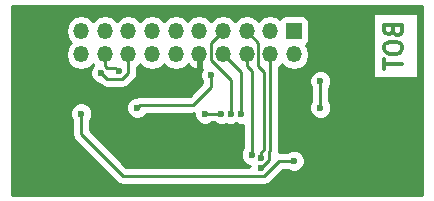
<source format=gbr>
G04 #@! TF.FileFunction,Copper,L2,Bot,Signal*
%FSLAX46Y46*%
G04 Gerber Fmt 4.6, Leading zero omitted, Abs format (unit mm)*
G04 Created by KiCad (PCBNEW 4.0.7-e2-6376~58~ubuntu16.04.1) date Mon Sep  3 10:25:07 2018*
%MOMM*%
%LPD*%
G01*
G04 APERTURE LIST*
%ADD10C,0.100000*%
%ADD11C,0.300000*%
%ADD12R,1.350000X1.350000*%
%ADD13O,1.350000X1.350000*%
%ADD14C,0.600000*%
%ADD15C,0.250000*%
%ADD16C,0.254000*%
G04 APERTURE END LIST*
D10*
D11*
X209892857Y-102250000D02*
X209964286Y-102464286D01*
X210035714Y-102535714D01*
X210178571Y-102607143D01*
X210392857Y-102607143D01*
X210535714Y-102535714D01*
X210607143Y-102464286D01*
X210678571Y-102321428D01*
X210678571Y-101750000D01*
X209178571Y-101750000D01*
X209178571Y-102250000D01*
X209250000Y-102392857D01*
X209321429Y-102464286D01*
X209464286Y-102535714D01*
X209607143Y-102535714D01*
X209750000Y-102464286D01*
X209821429Y-102392857D01*
X209892857Y-102250000D01*
X209892857Y-101750000D01*
X209178571Y-103535714D02*
X209178571Y-103821428D01*
X209250000Y-103964286D01*
X209392857Y-104107143D01*
X209678571Y-104178571D01*
X210178571Y-104178571D01*
X210464286Y-104107143D01*
X210607143Y-103964286D01*
X210678571Y-103821428D01*
X210678571Y-103535714D01*
X210607143Y-103392857D01*
X210464286Y-103250000D01*
X210178571Y-103178571D01*
X209678571Y-103178571D01*
X209392857Y-103250000D01*
X209250000Y-103392857D01*
X209178571Y-103535714D01*
X209178571Y-104607143D02*
X209178571Y-105464286D01*
X210678571Y-105035715D02*
X209178571Y-105035715D01*
D12*
X201500000Y-102250000D03*
D13*
X201500000Y-104250000D03*
X199500000Y-102250000D03*
X199500000Y-104250000D03*
X197500000Y-102250000D03*
X197500000Y-104250000D03*
X195500000Y-102250000D03*
X195500000Y-104250000D03*
X193500000Y-102250000D03*
X193500000Y-104250000D03*
X191500000Y-102250000D03*
X191500000Y-104250000D03*
X189500000Y-102250000D03*
X189500000Y-104250000D03*
X187500000Y-102250000D03*
X187500000Y-104250000D03*
X185500000Y-102250000D03*
X185500000Y-104250000D03*
X183500000Y-102250000D03*
X183500000Y-104250000D03*
D14*
X185180054Y-105813938D03*
X186691942Y-105691942D03*
X203750000Y-106500000D03*
X203750000Y-108750000D03*
X188250000Y-108750000D03*
X194500000Y-106000000D03*
X195375000Y-109250000D03*
X194000000Y-109250000D03*
X198683058Y-113875000D03*
X198681441Y-112992733D03*
X197927822Y-112724290D03*
X196175003Y-109250000D03*
X197000000Y-109250000D03*
X183500000Y-109250000D03*
X201500000Y-113250000D03*
D15*
X185180054Y-105813938D02*
X185683059Y-106316943D01*
X185683059Y-106316943D02*
X186991943Y-106316943D01*
X186991943Y-106316943D02*
X187500000Y-105808886D01*
X187500000Y-105808886D02*
X187500000Y-105204594D01*
X187500000Y-105204594D02*
X187500000Y-104250000D01*
X186691942Y-105691942D02*
X186391943Y-105391943D01*
X186391943Y-105391943D02*
X185641944Y-105391943D01*
X185641944Y-105391943D02*
X185500000Y-105249999D01*
X185500000Y-104250000D02*
X185500000Y-105249999D01*
X203750000Y-106500000D02*
X203750000Y-108750000D01*
X194500000Y-107000000D02*
X194500000Y-106000000D01*
X193000000Y-108500000D02*
X194500000Y-107000000D01*
X188500000Y-108500000D02*
X188250000Y-108750000D01*
X188500000Y-108500000D02*
X193000000Y-108500000D01*
X195375000Y-109250000D02*
X194750000Y-109250000D01*
X194000000Y-109250000D02*
X194750000Y-109250000D01*
X199500000Y-112375000D02*
X199375000Y-112500000D01*
X199375000Y-113183058D02*
X198683058Y-113875000D01*
X199375000Y-112500000D02*
X199375000Y-113183058D01*
X199500000Y-107375000D02*
X199500000Y-112375000D01*
X199500000Y-104250000D02*
X199500000Y-107375000D01*
X198681441Y-112992733D02*
X198681441Y-112568469D01*
X198681441Y-112568469D02*
X199000000Y-112249910D01*
X198500000Y-105250000D02*
X198500001Y-103250001D01*
X198500001Y-103250001D02*
X197500000Y-102250000D01*
X199000000Y-112249910D02*
X199000000Y-105750000D01*
X199000000Y-105750000D02*
X198500000Y-105250000D01*
X197927822Y-112724290D02*
X197927822Y-105632416D01*
X197927822Y-105632416D02*
X197500000Y-105204594D01*
X197500000Y-105204594D02*
X197500000Y-104250000D01*
X195500000Y-102250000D02*
X194500000Y-103250000D01*
X194500000Y-103250000D02*
X194500000Y-104730002D01*
X194500000Y-104730002D02*
X196175003Y-106405005D01*
X196175003Y-106405005D02*
X196175003Y-109250000D01*
X195500000Y-104250000D02*
X197000000Y-105750000D01*
X197000000Y-105750000D02*
X197000000Y-109250000D01*
X187000000Y-114500000D02*
X183750000Y-111250000D01*
X183500000Y-111000000D02*
X183750000Y-111250000D01*
X183500000Y-109250000D02*
X183500000Y-111000000D01*
X201500000Y-113250000D02*
X200250000Y-113250000D01*
X200250000Y-113250000D02*
X199000000Y-114500000D01*
X199000000Y-114500000D02*
X187000000Y-114500000D01*
D16*
G36*
X212373000Y-116123000D02*
X177627000Y-116123000D01*
X177627000Y-102224336D01*
X182190000Y-102224336D01*
X182190000Y-102275664D01*
X182289718Y-102776979D01*
X182573690Y-103201974D01*
X182645566Y-103250000D01*
X182573690Y-103298026D01*
X182289718Y-103723021D01*
X182190000Y-104224336D01*
X182190000Y-104275664D01*
X182289718Y-104776979D01*
X182573690Y-105201974D01*
X182998685Y-105485946D01*
X183500000Y-105585664D01*
X184001315Y-105485946D01*
X184426310Y-105201974D01*
X184500000Y-105091689D01*
X184532058Y-105139667D01*
X184387862Y-105283611D01*
X184245216Y-105627139D01*
X184244892Y-105999105D01*
X184386937Y-106342881D01*
X184649727Y-106606130D01*
X184993255Y-106748776D01*
X185040130Y-106748817D01*
X185145657Y-106854344D01*
X185266126Y-106934838D01*
X185392220Y-107019091D01*
X185683059Y-107076943D01*
X186991943Y-107076943D01*
X187282782Y-107019091D01*
X187529344Y-106854344D01*
X188037401Y-106346287D01*
X188202148Y-106099725D01*
X188260000Y-105808886D01*
X188260000Y-105313099D01*
X188426310Y-105201974D01*
X188500000Y-105091689D01*
X188573690Y-105201974D01*
X188998685Y-105485946D01*
X189500000Y-105585664D01*
X190001315Y-105485946D01*
X190426310Y-105201974D01*
X190500000Y-105091689D01*
X190573690Y-105201974D01*
X190998685Y-105485946D01*
X191500000Y-105585664D01*
X192001315Y-105485946D01*
X192426310Y-105201974D01*
X192504928Y-105084314D01*
X192836367Y-105379478D01*
X193170600Y-105517910D01*
X193373000Y-105394224D01*
X193373000Y-104377000D01*
X193353000Y-104377000D01*
X193353000Y-104123000D01*
X193373000Y-104123000D01*
X193373000Y-104103000D01*
X193627000Y-104103000D01*
X193627000Y-104123000D01*
X193647000Y-104123000D01*
X193647000Y-104377000D01*
X193627000Y-104377000D01*
X193627000Y-105394224D01*
X193724005Y-105453504D01*
X193707808Y-105469673D01*
X193565162Y-105813201D01*
X193564838Y-106185167D01*
X193706883Y-106528943D01*
X193740000Y-106562118D01*
X193740000Y-106685198D01*
X192685198Y-107740000D01*
X188500000Y-107740000D01*
X188209160Y-107797852D01*
X188183584Y-107814941D01*
X188064833Y-107814838D01*
X187721057Y-107956883D01*
X187457808Y-108219673D01*
X187315162Y-108563201D01*
X187314838Y-108935167D01*
X187456883Y-109278943D01*
X187719673Y-109542192D01*
X188063201Y-109684838D01*
X188435167Y-109685162D01*
X188778943Y-109543117D01*
X189042192Y-109280327D01*
X189050633Y-109260000D01*
X193000000Y-109260000D01*
X193065002Y-109247070D01*
X193064838Y-109435167D01*
X193206883Y-109778943D01*
X193469673Y-110042192D01*
X193813201Y-110184838D01*
X194185167Y-110185162D01*
X194528943Y-110043117D01*
X194562118Y-110010000D01*
X194812537Y-110010000D01*
X194844673Y-110042192D01*
X195188201Y-110184838D01*
X195560167Y-110185162D01*
X195775106Y-110096351D01*
X195988204Y-110184838D01*
X196360170Y-110185162D01*
X196587637Y-110091175D01*
X196813201Y-110184838D01*
X197167822Y-110185147D01*
X197167822Y-112161827D01*
X197135630Y-112193963D01*
X196992984Y-112537491D01*
X196992660Y-112909457D01*
X197134705Y-113253233D01*
X197397495Y-113516482D01*
X197741023Y-113659128D01*
X197760285Y-113659145D01*
X197748220Y-113688201D01*
X197748175Y-113740000D01*
X187314802Y-113740000D01*
X184260000Y-110685198D01*
X184260000Y-109812463D01*
X184292192Y-109780327D01*
X184434838Y-109436799D01*
X184435162Y-109064833D01*
X184293117Y-108721057D01*
X184030327Y-108457808D01*
X183686799Y-108315162D01*
X183314833Y-108314838D01*
X182971057Y-108456883D01*
X182707808Y-108719673D01*
X182565162Y-109063201D01*
X182564838Y-109435167D01*
X182706883Y-109778943D01*
X182740000Y-109812118D01*
X182740000Y-111000000D01*
X182797852Y-111290839D01*
X182962599Y-111537401D01*
X186462599Y-115037401D01*
X186709161Y-115202148D01*
X187000000Y-115260000D01*
X199000000Y-115260000D01*
X199290839Y-115202148D01*
X199537401Y-115037401D01*
X200564802Y-114010000D01*
X200937537Y-114010000D01*
X200969673Y-114042192D01*
X201313201Y-114184838D01*
X201685167Y-114185162D01*
X202028943Y-114043117D01*
X202292192Y-113780327D01*
X202434838Y-113436799D01*
X202435162Y-113064833D01*
X202293117Y-112721057D01*
X202030327Y-112457808D01*
X201686799Y-112315162D01*
X201314833Y-112314838D01*
X200971057Y-112456883D01*
X200937882Y-112490000D01*
X200250000Y-112490000D01*
X200236594Y-112492667D01*
X200260000Y-112375000D01*
X200260000Y-106685167D01*
X202814838Y-106685167D01*
X202956883Y-107028943D01*
X202990000Y-107062118D01*
X202990000Y-108187537D01*
X202957808Y-108219673D01*
X202815162Y-108563201D01*
X202814838Y-108935167D01*
X202956883Y-109278943D01*
X203219673Y-109542192D01*
X203563201Y-109684838D01*
X203935167Y-109685162D01*
X204278943Y-109543117D01*
X204542192Y-109280327D01*
X204684838Y-108936799D01*
X204685162Y-108564833D01*
X204543117Y-108221057D01*
X204510000Y-108187882D01*
X204510000Y-107062463D01*
X204542192Y-107030327D01*
X204684838Y-106686799D01*
X204685162Y-106314833D01*
X204543117Y-105971057D01*
X204280327Y-105707808D01*
X203936799Y-105565162D01*
X203564833Y-105564838D01*
X203221057Y-105706883D01*
X202957808Y-105969673D01*
X202815162Y-106313201D01*
X202814838Y-106685167D01*
X200260000Y-106685167D01*
X200260000Y-105313099D01*
X200426310Y-105201974D01*
X200500000Y-105091689D01*
X200573690Y-105201974D01*
X200998685Y-105485946D01*
X201500000Y-105585664D01*
X202001315Y-105485946D01*
X202426310Y-105201974D01*
X202710282Y-104776979D01*
X202810000Y-104275664D01*
X202810000Y-104224336D01*
X202710282Y-103723021D01*
X202529037Y-103451768D01*
X202626441Y-103389090D01*
X202771431Y-103176890D01*
X202822440Y-102925000D01*
X202822440Y-101575000D01*
X202778162Y-101339683D01*
X202639090Y-101123559D01*
X202426890Y-100978569D01*
X202175000Y-100927560D01*
X200825000Y-100927560D01*
X200589683Y-100971838D01*
X200373559Y-101110910D01*
X200302317Y-101215177D01*
X200001315Y-101014054D01*
X199500000Y-100914336D01*
X198998685Y-101014054D01*
X198573690Y-101298026D01*
X198500000Y-101408311D01*
X198426310Y-101298026D01*
X198001315Y-101014054D01*
X197500000Y-100914336D01*
X196998685Y-101014054D01*
X196573690Y-101298026D01*
X196500000Y-101408311D01*
X196426310Y-101298026D01*
X196001315Y-101014054D01*
X195500000Y-100914336D01*
X194998685Y-101014054D01*
X194573690Y-101298026D01*
X194500000Y-101408311D01*
X194426310Y-101298026D01*
X194001315Y-101014054D01*
X193500000Y-100914336D01*
X192998685Y-101014054D01*
X192573690Y-101298026D01*
X192500000Y-101408311D01*
X192426310Y-101298026D01*
X192001315Y-101014054D01*
X191500000Y-100914336D01*
X190998685Y-101014054D01*
X190573690Y-101298026D01*
X190500000Y-101408311D01*
X190426310Y-101298026D01*
X190001315Y-101014054D01*
X189500000Y-100914336D01*
X188998685Y-101014054D01*
X188573690Y-101298026D01*
X188500000Y-101408311D01*
X188426310Y-101298026D01*
X188001315Y-101014054D01*
X187500000Y-100914336D01*
X186998685Y-101014054D01*
X186573690Y-101298026D01*
X186500000Y-101408311D01*
X186426310Y-101298026D01*
X186001315Y-101014054D01*
X185500000Y-100914336D01*
X184998685Y-101014054D01*
X184573690Y-101298026D01*
X184500000Y-101408311D01*
X184426310Y-101298026D01*
X184001315Y-101014054D01*
X183500000Y-100914336D01*
X182998685Y-101014054D01*
X182573690Y-101298026D01*
X182289718Y-101723021D01*
X182190000Y-102224336D01*
X177627000Y-102224336D01*
X177627000Y-100757857D01*
X208165000Y-100757857D01*
X208165000Y-106242143D01*
X211985000Y-106242143D01*
X211985000Y-100757857D01*
X208165000Y-100757857D01*
X177627000Y-100757857D01*
X177627000Y-100127000D01*
X212373000Y-100127000D01*
X212373000Y-116123000D01*
X212373000Y-116123000D01*
G37*
X212373000Y-116123000D02*
X177627000Y-116123000D01*
X177627000Y-102224336D01*
X182190000Y-102224336D01*
X182190000Y-102275664D01*
X182289718Y-102776979D01*
X182573690Y-103201974D01*
X182645566Y-103250000D01*
X182573690Y-103298026D01*
X182289718Y-103723021D01*
X182190000Y-104224336D01*
X182190000Y-104275664D01*
X182289718Y-104776979D01*
X182573690Y-105201974D01*
X182998685Y-105485946D01*
X183500000Y-105585664D01*
X184001315Y-105485946D01*
X184426310Y-105201974D01*
X184500000Y-105091689D01*
X184532058Y-105139667D01*
X184387862Y-105283611D01*
X184245216Y-105627139D01*
X184244892Y-105999105D01*
X184386937Y-106342881D01*
X184649727Y-106606130D01*
X184993255Y-106748776D01*
X185040130Y-106748817D01*
X185145657Y-106854344D01*
X185266126Y-106934838D01*
X185392220Y-107019091D01*
X185683059Y-107076943D01*
X186991943Y-107076943D01*
X187282782Y-107019091D01*
X187529344Y-106854344D01*
X188037401Y-106346287D01*
X188202148Y-106099725D01*
X188260000Y-105808886D01*
X188260000Y-105313099D01*
X188426310Y-105201974D01*
X188500000Y-105091689D01*
X188573690Y-105201974D01*
X188998685Y-105485946D01*
X189500000Y-105585664D01*
X190001315Y-105485946D01*
X190426310Y-105201974D01*
X190500000Y-105091689D01*
X190573690Y-105201974D01*
X190998685Y-105485946D01*
X191500000Y-105585664D01*
X192001315Y-105485946D01*
X192426310Y-105201974D01*
X192504928Y-105084314D01*
X192836367Y-105379478D01*
X193170600Y-105517910D01*
X193373000Y-105394224D01*
X193373000Y-104377000D01*
X193353000Y-104377000D01*
X193353000Y-104123000D01*
X193373000Y-104123000D01*
X193373000Y-104103000D01*
X193627000Y-104103000D01*
X193627000Y-104123000D01*
X193647000Y-104123000D01*
X193647000Y-104377000D01*
X193627000Y-104377000D01*
X193627000Y-105394224D01*
X193724005Y-105453504D01*
X193707808Y-105469673D01*
X193565162Y-105813201D01*
X193564838Y-106185167D01*
X193706883Y-106528943D01*
X193740000Y-106562118D01*
X193740000Y-106685198D01*
X192685198Y-107740000D01*
X188500000Y-107740000D01*
X188209160Y-107797852D01*
X188183584Y-107814941D01*
X188064833Y-107814838D01*
X187721057Y-107956883D01*
X187457808Y-108219673D01*
X187315162Y-108563201D01*
X187314838Y-108935167D01*
X187456883Y-109278943D01*
X187719673Y-109542192D01*
X188063201Y-109684838D01*
X188435167Y-109685162D01*
X188778943Y-109543117D01*
X189042192Y-109280327D01*
X189050633Y-109260000D01*
X193000000Y-109260000D01*
X193065002Y-109247070D01*
X193064838Y-109435167D01*
X193206883Y-109778943D01*
X193469673Y-110042192D01*
X193813201Y-110184838D01*
X194185167Y-110185162D01*
X194528943Y-110043117D01*
X194562118Y-110010000D01*
X194812537Y-110010000D01*
X194844673Y-110042192D01*
X195188201Y-110184838D01*
X195560167Y-110185162D01*
X195775106Y-110096351D01*
X195988204Y-110184838D01*
X196360170Y-110185162D01*
X196587637Y-110091175D01*
X196813201Y-110184838D01*
X197167822Y-110185147D01*
X197167822Y-112161827D01*
X197135630Y-112193963D01*
X196992984Y-112537491D01*
X196992660Y-112909457D01*
X197134705Y-113253233D01*
X197397495Y-113516482D01*
X197741023Y-113659128D01*
X197760285Y-113659145D01*
X197748220Y-113688201D01*
X197748175Y-113740000D01*
X187314802Y-113740000D01*
X184260000Y-110685198D01*
X184260000Y-109812463D01*
X184292192Y-109780327D01*
X184434838Y-109436799D01*
X184435162Y-109064833D01*
X184293117Y-108721057D01*
X184030327Y-108457808D01*
X183686799Y-108315162D01*
X183314833Y-108314838D01*
X182971057Y-108456883D01*
X182707808Y-108719673D01*
X182565162Y-109063201D01*
X182564838Y-109435167D01*
X182706883Y-109778943D01*
X182740000Y-109812118D01*
X182740000Y-111000000D01*
X182797852Y-111290839D01*
X182962599Y-111537401D01*
X186462599Y-115037401D01*
X186709161Y-115202148D01*
X187000000Y-115260000D01*
X199000000Y-115260000D01*
X199290839Y-115202148D01*
X199537401Y-115037401D01*
X200564802Y-114010000D01*
X200937537Y-114010000D01*
X200969673Y-114042192D01*
X201313201Y-114184838D01*
X201685167Y-114185162D01*
X202028943Y-114043117D01*
X202292192Y-113780327D01*
X202434838Y-113436799D01*
X202435162Y-113064833D01*
X202293117Y-112721057D01*
X202030327Y-112457808D01*
X201686799Y-112315162D01*
X201314833Y-112314838D01*
X200971057Y-112456883D01*
X200937882Y-112490000D01*
X200250000Y-112490000D01*
X200236594Y-112492667D01*
X200260000Y-112375000D01*
X200260000Y-106685167D01*
X202814838Y-106685167D01*
X202956883Y-107028943D01*
X202990000Y-107062118D01*
X202990000Y-108187537D01*
X202957808Y-108219673D01*
X202815162Y-108563201D01*
X202814838Y-108935167D01*
X202956883Y-109278943D01*
X203219673Y-109542192D01*
X203563201Y-109684838D01*
X203935167Y-109685162D01*
X204278943Y-109543117D01*
X204542192Y-109280327D01*
X204684838Y-108936799D01*
X204685162Y-108564833D01*
X204543117Y-108221057D01*
X204510000Y-108187882D01*
X204510000Y-107062463D01*
X204542192Y-107030327D01*
X204684838Y-106686799D01*
X204685162Y-106314833D01*
X204543117Y-105971057D01*
X204280327Y-105707808D01*
X203936799Y-105565162D01*
X203564833Y-105564838D01*
X203221057Y-105706883D01*
X202957808Y-105969673D01*
X202815162Y-106313201D01*
X202814838Y-106685167D01*
X200260000Y-106685167D01*
X200260000Y-105313099D01*
X200426310Y-105201974D01*
X200500000Y-105091689D01*
X200573690Y-105201974D01*
X200998685Y-105485946D01*
X201500000Y-105585664D01*
X202001315Y-105485946D01*
X202426310Y-105201974D01*
X202710282Y-104776979D01*
X202810000Y-104275664D01*
X202810000Y-104224336D01*
X202710282Y-103723021D01*
X202529037Y-103451768D01*
X202626441Y-103389090D01*
X202771431Y-103176890D01*
X202822440Y-102925000D01*
X202822440Y-101575000D01*
X202778162Y-101339683D01*
X202639090Y-101123559D01*
X202426890Y-100978569D01*
X202175000Y-100927560D01*
X200825000Y-100927560D01*
X200589683Y-100971838D01*
X200373559Y-101110910D01*
X200302317Y-101215177D01*
X200001315Y-101014054D01*
X199500000Y-100914336D01*
X198998685Y-101014054D01*
X198573690Y-101298026D01*
X198500000Y-101408311D01*
X198426310Y-101298026D01*
X198001315Y-101014054D01*
X197500000Y-100914336D01*
X196998685Y-101014054D01*
X196573690Y-101298026D01*
X196500000Y-101408311D01*
X196426310Y-101298026D01*
X196001315Y-101014054D01*
X195500000Y-100914336D01*
X194998685Y-101014054D01*
X194573690Y-101298026D01*
X194500000Y-101408311D01*
X194426310Y-101298026D01*
X194001315Y-101014054D01*
X193500000Y-100914336D01*
X192998685Y-101014054D01*
X192573690Y-101298026D01*
X192500000Y-101408311D01*
X192426310Y-101298026D01*
X192001315Y-101014054D01*
X191500000Y-100914336D01*
X190998685Y-101014054D01*
X190573690Y-101298026D01*
X190500000Y-101408311D01*
X190426310Y-101298026D01*
X190001315Y-101014054D01*
X189500000Y-100914336D01*
X188998685Y-101014054D01*
X188573690Y-101298026D01*
X188500000Y-101408311D01*
X188426310Y-101298026D01*
X188001315Y-101014054D01*
X187500000Y-100914336D01*
X186998685Y-101014054D01*
X186573690Y-101298026D01*
X186500000Y-101408311D01*
X186426310Y-101298026D01*
X186001315Y-101014054D01*
X185500000Y-100914336D01*
X184998685Y-101014054D01*
X184573690Y-101298026D01*
X184500000Y-101408311D01*
X184426310Y-101298026D01*
X184001315Y-101014054D01*
X183500000Y-100914336D01*
X182998685Y-101014054D01*
X182573690Y-101298026D01*
X182289718Y-101723021D01*
X182190000Y-102224336D01*
X177627000Y-102224336D01*
X177627000Y-100757857D01*
X208165000Y-100757857D01*
X208165000Y-106242143D01*
X211985000Y-106242143D01*
X211985000Y-100757857D01*
X208165000Y-100757857D01*
X177627000Y-100757857D01*
X177627000Y-100127000D01*
X212373000Y-100127000D01*
X212373000Y-116123000D01*
M02*

</source>
